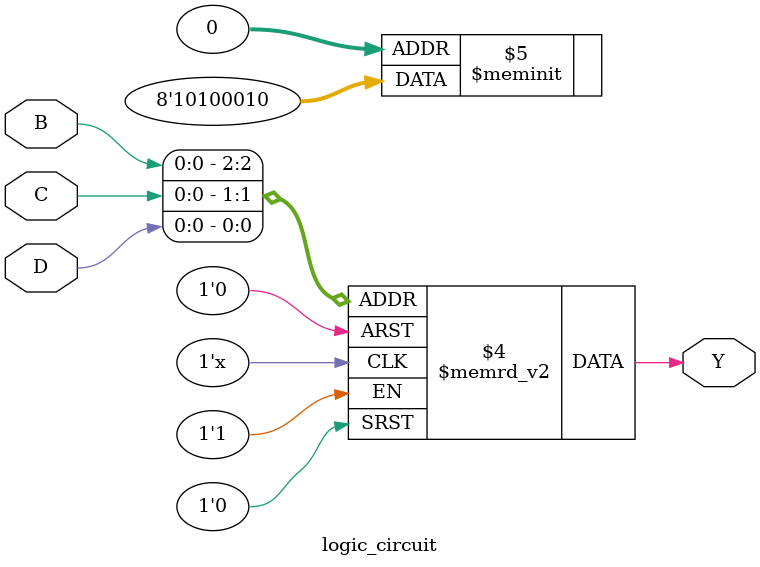
<source format=v>
`timescale 1ns / 1ps
module logic_circuit(B,C,D,Y);
    input B,C,D;
    output Y;

reg Y;
always @(B or C or D)
case({B,C,D})
  3'b000:Y=0;
  3'b001:Y=1;
  3'b010:Y=0;
  3'b011:Y=0;
  3'b100:Y=0;
  3'b101:Y=1;
  3'b110:Y=0;
  3'b111:Y=1;
  endcase
endmodule

</source>
